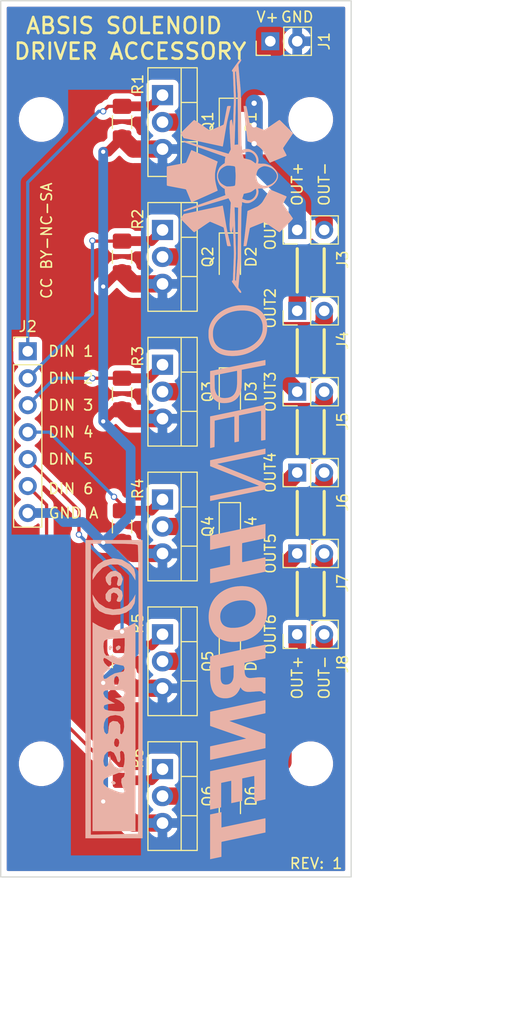
<source format=kicad_pcb>
(kicad_pcb (version 20171130) (host pcbnew "(5.1.4)-1")
  (title_block (title "ABSIS NANO 2.0") (date "jeu. 02 avril 2015") (rev 1) (company OPENHORNET) (comment 1 "CC BY-NC-SA"))
  (layers (0 F.Cu signal) (31 B.Cu signal) (34 B.Paste user) (35 F.Paste user) (36 B.SilkS user) (37 F.SilkS user) (38 B.Mask user) (39 F.Mask user) (44 Edge.Cuts user))
  (net 0 "")
  (net 1 GND)
  (net 2 "Net-(D1-Pad2)")
  (net 3 VCC)
  (net 4 "Net-(D2-Pad2)")
  (net 5 "Net-(D3-Pad2)")
  (net 6 "Net-(D4-Pad2)")
  (net 7 "Net-(D5-Pad2)")
  (net 8 "Net-(D6-Pad2)")
  (net 9 /DIN1)
  (net 10 /DIN2)
  (net 11 /DIN3)
  (net 12 /DIN4)
  (net 13 /DIN5)
  (net 14 /DIN6)
  (module KiCAD_Libraries:CC-BY-NC-SA-Small (layer B.Cu) (at 141.478 113.03 270)
    (fp_text reference G*** hide)
    (fp_text value LOGO hide)
  )
  (module KiCAD_Libraries:OH_LOGO_75.4mm_11.9mm (layer B.Cu) (at 152.4 91.44 270)
    (fp_text reference G*** hide)
    (fp_text value LOGO hide)
  )
  (module MountingHole:MountingHole_3.2mm_M3 (layer F.Cu) (at 160.02 120.142)
    (fp_text reference REF** hide)
    (fp_text value MountingHole_3.2mm_M3)
    (pad 1 np_thru_hole circle (at 0 0) (size 3.2 3.2) (drill 3.2) (layers *.Cu *.Mask))
  )
  (module MountingHole:MountingHole_3.2mm_M3 (layer F.Cu) (at 134.62 120.142)
    (fp_text reference REF** hide)
    (fp_text value MountingHole_3.2mm_M3)
    (pad 1 np_thru_hole circle (at 0 0) (size 3.2 3.2) (drill 3.2) (layers *.Cu *.Mask))
  )
  (module MountingHole:MountingHole_3.2mm_M3 (layer F.Cu) (at 134.62 59.436)
    (fp_text reference REF** hide)
    (fp_text value MountingHole_3.2mm_M3)
    (pad 1 np_thru_hole circle (at 0 0) (size 3.2 3.2) (drill 3.2) (layers *.Cu *.Mask))
  )
  (module MountingHole:MountingHole_3.2mm_M3 (layer F.Cu) (at 160.02 59.436)
    (fp_text reference REF** hide)
    (fp_text value MountingHole_3.2mm_M3)
    (pad 1 np_thru_hole circle (at 0 0) (size 3.2 3.2) (drill 3.2) (layers *.Cu *.Mask))
  )
  (module Diode_SMD:D_SOD-123 (layer F.Cu) (at 152.4 59.69 270)
    (fp_text reference D1 (at 0 -2 90) (layer F.SilkS))
    (fp_text value 1N4001W)
    (pad 2 smd rect (at 1.65 0 270) (size 0.9 1.2) (layers F.Cu F.Paste F.Mask) (net 2 "Net-(D1-Pad2)"))
    (pad 1 smd rect (at -1.65 0 270) (size 0.9 1.2) (layers F.Cu F.Paste F.Mask) (net 3 VCC))
  )
  (module Diode_SMD:D_SOD-123 (layer F.Cu) (at 152.4 72.39 270)
    (fp_text reference D2 (at 0 -2 90) (layer F.SilkS))
    (fp_text value 1N4001W)
    (pad 2 smd rect (at 1.65 0 270) (size 0.9 1.2) (layers F.Cu F.Paste F.Mask) (net 4 "Net-(D2-Pad2)"))
    (pad 1 smd rect (at -1.65 0 270) (size 0.9 1.2) (layers F.Cu F.Paste F.Mask) (net 3 VCC))
  )
  (module Diode_SMD:D_SOD-123 (layer F.Cu) (at 152.4 85.09 270)
    (fp_text reference D3 (at 0 -2 90) (layer F.SilkS))
    (fp_text value 1N4001W)
    (pad 2 smd rect (at 1.65 0 270) (size 0.9 1.2) (layers F.Cu F.Paste F.Mask) (net 5 "Net-(D3-Pad2)"))
    (pad 1 smd rect (at -1.65 0 270) (size 0.9 1.2) (layers F.Cu F.Paste F.Mask) (net 3 VCC))
  )
  (module Diode_SMD:D_SOD-123 (layer F.Cu) (at 152.4 97.79 270)
    (fp_text reference D4 (at 0 -2 90) (layer F.SilkS))
    (fp_text value 1N4001W)
    (pad 1 smd rect (at -1.65 0 270) (size 0.9 1.2) (layers F.Cu F.Paste F.Mask) (net 3 VCC))
    (pad 2 smd rect (at 1.65 0 270) (size 0.9 1.2) (layers F.Cu F.Paste F.Mask) (net 6 "Net-(D4-Pad2)"))
  )
  (module Diode_SMD:D_SOD-123 (layer F.Cu) (at 152.4 110.49 270)
    (fp_text reference D5 (at 0 -2 90) (layer F.SilkS))
    (fp_text value 1N4001W)
    (pad 1 smd rect (at -1.65 0 270) (size 0.9 1.2) (layers F.Cu F.Paste F.Mask) (net 3 VCC))
    (pad 2 smd rect (at 1.65 0 270) (size 0.9 1.2) (layers F.Cu F.Paste F.Mask) (net 7 "Net-(D5-Pad2)"))
  )
  (module Diode_SMD:D_SOD-123 (layer F.Cu) (at 152.4 123.19 270)
    (fp_text reference D6 (at 0 -2 90) (layer F.SilkS))
    (fp_text value 1N4001W)
    (pad 1 smd rect (at -1.65 0 270) (size 0.9 1.2) (layers F.Cu F.Paste F.Mask) (net 3 VCC))
    (pad 2 smd rect (at 1.65 0 270) (size 0.9 1.2) (layers F.Cu F.Paste F.Mask) (net 8 "Net-(D6-Pad2)"))
  )
  (module Connector_PinHeader_2.54mm:PinHeader_1x02_P2.54mm_Vertical (layer F.Cu) (at 156.21 52.07 90)
    (fp_text reference J1 (at 0 5.08 90) (layer F.SilkS))
    (fp_text value PWR)
    (pad 1 thru_hole rect (at 0 0 90) (size 1.7 1.7) (drill 1) (layers *.Cu *.Mask) (net 3 VCC))
    (pad 2 thru_hole oval (at 0 2.54 90) (size 1.7 1.7) (drill 1) (layers *.Cu *.Mask) (net 1 GND))
  )
  (module Connector_PinHeader_2.54mm:PinHeader_1x07_P2.54mm_Vertical (layer F.Cu) (at 133.35 81.28)
    (fp_text reference J2 (at 0 -2.33) (layer F.SilkS))
    (fp_text value INPUT)
    (pad 1 thru_hole rect (at 0 0) (size 1.7 1.7) (drill 1) (layers *.Cu *.Mask) (net 9 /DIN1))
    (pad 2 thru_hole oval (at 0 2.54) (size 1.7 1.7) (drill 1) (layers *.Cu *.Mask) (net 10 /DIN2))
    (pad 3 thru_hole oval (at 0 5.08) (size 1.7 1.7) (drill 1) (layers *.Cu *.Mask) (net 11 /DIN3))
    (pad 4 thru_hole oval (at 0 7.62) (size 1.7 1.7) (drill 1) (layers *.Cu *.Mask) (net 12 /DIN4))
    (pad 5 thru_hole oval (at 0 10.16) (size 1.7 1.7) (drill 1) (layers *.Cu *.Mask) (net 13 /DIN5))
    (pad 6 thru_hole oval (at 0 12.7) (size 1.7 1.7) (drill 1) (layers *.Cu *.Mask) (net 14 /DIN6))
    (pad 7 thru_hole oval (at 0 15.24) (size 1.7 1.7) (drill 1) (layers *.Cu *.Mask) (net 1 GND))
  )
  (module Connector_PinHeader_2.54mm:PinHeader_1x02_P2.54mm_Vertical (layer F.Cu) (at 158.75 69.85 90)
    (fp_text reference J3 (at -2.794 4.274 90) (layer F.SilkS))
    (fp_text value OUT1)
    (pad 2 thru_hole oval (at 0 2.54 90) (size 1.7 1.7) (drill 1) (layers *.Cu *.Mask) (net 2 "Net-(D1-Pad2)"))
    (pad 1 thru_hole rect (at 0 0 90) (size 1.7 1.7) (drill 1) (layers *.Cu *.Mask) (net 3 VCC))
  )
  (module Connector_PinHeader_2.54mm:PinHeader_1x02_P2.54mm_Vertical (layer F.Cu) (at 158.75 77.47 90)
    (fp_text reference J4 (at -2.794 4.274 90) (layer F.SilkS))
    (fp_text value OUT2)
    (pad 1 thru_hole rect (at 0 0 90) (size 1.7 1.7) (drill 1) (layers *.Cu *.Mask) (net 3 VCC))
    (pad 2 thru_hole oval (at 0 2.54 90) (size 1.7 1.7) (drill 1) (layers *.Cu *.Mask) (net 4 "Net-(D2-Pad2)"))
  )
  (module Connector_PinHeader_2.54mm:PinHeader_1x02_P2.54mm_Vertical (layer F.Cu) (at 158.75 85.09 90)
    (fp_text reference J5 (at -2.794 4.274 90) (layer F.SilkS))
    (fp_text value OUT3)
    (pad 2 thru_hole oval (at 0 2.54 90) (size 1.7 1.7) (drill 1) (layers *.Cu *.Mask) (net 5 "Net-(D3-Pad2)"))
    (pad 1 thru_hole rect (at 0 0 90) (size 1.7 1.7) (drill 1) (layers *.Cu *.Mask) (net 3 VCC))
  )
  (module Connector_PinHeader_2.54mm:PinHeader_1x02_P2.54mm_Vertical (layer F.Cu) (at 158.75 92.71 90)
    (fp_text reference J6 (at -2.794 4.274 90) (layer F.SilkS))
    (fp_text value OUT4)
    (pad 1 thru_hole rect (at 0 0 90) (size 1.7 1.7) (drill 1) (layers *.Cu *.Mask) (net 3 VCC))
    (pad 2 thru_hole oval (at 0 2.54 90) (size 1.7 1.7) (drill 1) (layers *.Cu *.Mask) (net 6 "Net-(D4-Pad2)"))
  )
  (module Connector_PinHeader_2.54mm:PinHeader_1x02_P2.54mm_Vertical (layer F.Cu) (at 158.75 100.33 90)
    (fp_text reference J7 (at -2.794 4.274 90) (layer F.SilkS))
    (fp_text value OUT5)
    (pad 2 thru_hole oval (at 0 2.54 90) (size 1.7 1.7) (drill 1) (layers *.Cu *.Mask) (net 7 "Net-(D5-Pad2)"))
    (pad 1 thru_hole rect (at 0 0 90) (size 1.7 1.7) (drill 1) (layers *.Cu *.Mask) (net 3 VCC))
  )
  (module Connector_PinHeader_2.54mm:PinHeader_1x02_P2.54mm_Vertical (layer F.Cu) (at 158.75 107.95 90)
    (fp_text reference J8 (at -2.794 4.274 90) (layer F.SilkS))
    (fp_text value OUT6)
    (pad 1 thru_hole rect (at 0 0 90) (size 1.7 1.7) (drill 1) (layers *.Cu *.Mask) (net 3 VCC))
    (pad 2 thru_hole oval (at 0 2.54 90) (size 1.7 1.7) (drill 1) (layers *.Cu *.Mask) (net 8 "Net-(D6-Pad2)"))
  )
  (module Package_TO_SOT_THT:TO-220-3_Vertical (layer F.Cu) (at 146.05 57.15 270)
    (fp_text reference Q1 (at 2.54 -4.27 90) (layer F.SilkS))
    (fp_text value IRFB3206PBF)
    (pad 3 thru_hole oval (at 5.08 0 270) (size 1.905 2) (drill 1.1) (layers *.Cu *.Mask) (net 1 GND))
    (pad 2 thru_hole oval (at 2.54 0 270) (size 1.905 2) (drill 1.1) (layers *.Cu *.Mask) (net 2 "Net-(D1-Pad2)"))
    (pad 1 thru_hole rect (at 0 0 270) (size 1.905 2) (drill 1.1) (layers *.Cu *.Mask) (net 9 /DIN1))
  )
  (module Package_TO_SOT_THT:TO-220-3_Vertical (layer F.Cu) (at 146.05 69.85 270)
    (fp_text reference Q2 (at 2.54 -4.27 90) (layer F.SilkS))
    (fp_text value IRFB3206PBF)
    (pad 3 thru_hole oval (at 5.08 0 270) (size 1.905 2) (drill 1.1) (layers *.Cu *.Mask) (net 1 GND))
    (pad 2 thru_hole oval (at 2.54 0 270) (size 1.905 2) (drill 1.1) (layers *.Cu *.Mask) (net 4 "Net-(D2-Pad2)"))
    (pad 1 thru_hole rect (at 0 0 270) (size 1.905 2) (drill 1.1) (layers *.Cu *.Mask) (net 10 /DIN2))
  )
  (module Package_TO_SOT_THT:TO-220-3_Vertical (layer F.Cu) (at 146.05 82.55 270)
    (fp_text reference Q3 (at 2.54 -4.27 90) (layer F.SilkS))
    (fp_text value IRFB3206PBF)
    (pad 1 thru_hole rect (at 0 0 270) (size 1.905 2) (drill 1.1) (layers *.Cu *.Mask) (net 11 /DIN3))
    (pad 2 thru_hole oval (at 2.54 0 270) (size 1.905 2) (drill 1.1) (layers *.Cu *.Mask) (net 5 "Net-(D3-Pad2)"))
    (pad 3 thru_hole oval (at 5.08 0 270) (size 1.905 2) (drill 1.1) (layers *.Cu *.Mask) (net 1 GND))
  )
  (module Package_TO_SOT_THT:TO-220-3_Vertical (layer F.Cu) (at 146.05 95.25 270)
    (fp_text reference Q4 (at 2.54 -4.27 90) (layer F.SilkS))
    (fp_text value IRFB3206PBF)
    (pad 3 thru_hole oval (at 5.08 0 270) (size 1.905 2) (drill 1.1) (layers *.Cu *.Mask) (net 1 GND))
    (pad 2 thru_hole oval (at 2.54 0 270) (size 1.905 2) (drill 1.1) (layers *.Cu *.Mask) (net 6 "Net-(D4-Pad2)"))
    (pad 1 thru_hole rect (at 0 0 270) (size 1.905 2) (drill 1.1) (layers *.Cu *.Mask) (net 12 /DIN4))
  )
  (module Package_TO_SOT_THT:TO-220-3_Vertical (layer F.Cu) (at 146.05 107.95 270)
    (fp_text reference Q5 (at 2.54 -4.27 90) (layer F.SilkS))
    (fp_text value IRFB3206PBF)
    (pad 1 thru_hole rect (at 0 0 270) (size 1.905 2) (drill 1.1) (layers *.Cu *.Mask) (net 13 /DIN5))
    (pad 2 thru_hole oval (at 2.54 0 270) (size 1.905 2) (drill 1.1) (layers *.Cu *.Mask) (net 7 "Net-(D5-Pad2)"))
    (pad 3 thru_hole oval (at 5.08 0 270) (size 1.905 2) (drill 1.1) (layers *.Cu *.Mask) (net 1 GND))
  )
  (module Package_TO_SOT_THT:TO-220-3_Vertical (layer F.Cu) (at 146.05 120.65 270)
    (fp_text reference Q6 (at 2.54 -4.27 90) (layer F.SilkS))
    (fp_text value IRFB3206PBF)
    (pad 1 thru_hole rect (at 0 0 270) (size 1.905 2) (drill 1.1) (layers *.Cu *.Mask) (net 14 /DIN6))
    (pad 2 thru_hole oval (at 2.54 0 270) (size 1.905 2) (drill 1.1) (layers *.Cu *.Mask) (net 8 "Net-(D6-Pad2)"))
    (pad 3 thru_hole oval (at 5.08 0 270) (size 1.905 2) (drill 1.1) (layers *.Cu *.Mask) (net 1 GND))
  )
  (module Resistor_SMD:R_1206_3216Metric_Pad1.42x1.75mm_HandSolder (layer F.Cu) (at 142.24 59.69 90)
    (fp_text reference R1 (at 3.556 1.482 90) (layer F.SilkS))
    (fp_text value 10K)
    (pad 2 smd roundrect (at 1.4875 0 90) (size 1.425 1.75) (layers F.Cu F.Paste F.Mask) (roundrect_rratio 0.175439) (net 9 /DIN1))
    (pad 1 smd roundrect (at -1.4875 0 90) (size 1.425 1.75) (layers F.Cu F.Paste F.Mask) (roundrect_rratio 0.175439) (net 1 GND))
  )
  (module Resistor_SMD:R_1206_3216Metric_Pad1.42x1.75mm_HandSolder (layer F.Cu) (at 142.24 72.39 90)
    (fp_text reference R2 (at 3.556 1.482 90) (layer F.SilkS))
    (fp_text value 10K)
    (pad 1 smd roundrect (at -1.4875 0 90) (size 1.425 1.75) (layers F.Cu F.Paste F.Mask) (roundrect_rratio 0.175439) (net 1 GND))
    (pad 2 smd roundrect (at 1.4875 0 90) (size 1.425 1.75) (layers F.Cu F.Paste F.Mask) (roundrect_rratio 0.175439) (net 10 /DIN2))
  )
  (module Resistor_SMD:R_1206_3216Metric_Pad1.42x1.75mm_HandSolder (layer F.Cu) (at 142.24 85.3075 90)
    (fp_text reference R3 (at 3.556 1.482 90) (layer F.SilkS))
    (fp_text value 10K)
    (pad 2 smd roundrect (at 1.4875 0 90) (size 1.425 1.75) (layers F.Cu F.Paste F.Mask) (roundrect_rratio 0.175439) (net 11 /DIN3))
    (pad 1 smd roundrect (at -1.4875 0 90) (size 1.425 1.75) (layers F.Cu F.Paste F.Mask) (roundrect_rratio 0.175439) (net 1 GND))
  )
  (module Resistor_SMD:R_1206_3216Metric_Pad1.42x1.75mm_HandSolder (layer F.Cu) (at 142.24 97.79 90)
    (fp_text reference R4 (at 3.556 1.482 90) (layer F.SilkS))
    (fp_text value 10K)
    (pad 1 smd roundrect (at -1.4875 0 90) (size 1.425 1.75) (layers F.Cu F.Paste F.Mask) (roundrect_rratio 0.175439) (net 1 GND))
    (pad 2 smd roundrect (at 1.4875 0 90) (size 1.425 1.75) (layers F.Cu F.Paste F.Mask) (roundrect_rratio 0.175439) (net 12 /DIN4))
  )
  (module Resistor_SMD:R_1206_3216Metric_Pad1.42x1.75mm_HandSolder (layer F.Cu) (at 142.24 110.49 90)
    (fp_text reference R5 (at 3.556 1.482 90) (layer F.SilkS))
    (fp_text value 10K)
    (pad 2 smd roundrect (at 1.4875 0 90) (size 1.425 1.75) (layers F.Cu F.Paste F.Mask) (roundrect_rratio 0.175439) (net 13 /DIN5))
    (pad 1 smd roundrect (at -1.4875 0 90) (size 1.425 1.75) (layers F.Cu F.Paste F.Mask) (roundrect_rratio 0.175439) (net 1 GND))
  )
  (module Resistor_SMD:R_1206_3216Metric_Pad1.42x1.75mm_HandSolder (layer F.Cu) (at 142.24 123.19 90)
    (fp_text reference R6 (at 3.556 1.482 90) (layer F.SilkS))
    (fp_text value 10K)
    (pad 1 smd roundrect (at -1.4875 0 90) (size 1.425 1.75) (layers F.Cu F.Paste F.Mask) (roundrect_rratio 0.175439) (net 1 GND))
    (pad 2 smd roundrect (at 1.4875 0 90) (size 1.425 1.75) (layers F.Cu F.Paste F.Mask) (roundrect_rratio 0.175439) (net 14 /DIN6))
  )
  (gr_text "REV: 1" (at 160.528 129.54) (layer F.SilkS) (effects (font (size 1 1))))
  (gr_text "CC BY-NC-SA" (at 135.128 70.866 90) (layer F.SilkS) (effects (font (size 1 1))))
  (gr_text "ABSIS SOLENOID \nDRIVER ACCESSORY" (at 143.002 51.816) (layer F.SilkS) (effects (font (size 1.5 1.5) (thickness 0.25))))
  (gr_text OUT6 (at 156.21 107.95 90) (layer F.SilkS) (effects (font (size 1 1))))
  (gr_text OUT5 (at 156.21 100.33 90) (layer F.SilkS) (effects (font (size 1 1))))
  (gr_text OUT4 (at 156.21 92.71 90) (layer F.SilkS) (effects (font (size 1 1))))
  (gr_text OUT3 (at 156.21 85.09 90) (layer F.SilkS) (effects (font (size 1 1))))
  (gr_text OUT2 (at 156.21 77.216 90) (layer F.SilkS) (effects (font (size 1 1))))
  (gr_text OUT1 (at 156.21 69.85 90) (layer F.SilkS) (effects (font (size 1 1))))
  (gr_line (start 158.75 102.108) (end 158.75 106.172) (layer F.SilkS) (width 0.3))
  (gr_line (start 161.29 102.108) (end 161.29 106.172) (layer F.SilkS) (width 0.3))
  (gr_line (start 158.75 94.488) (end 158.75 98.552) (layer F.SilkS) (width 0.3))
  (gr_line (start 161.29 94.488) (end 161.29 98.552) (layer F.SilkS) (width 0.3))
  (gr_line (start 161.29 86.868) (end 161.29 90.932) (layer F.SilkS) (width 0.3))
  (gr_line (start 158.75 86.868) (end 158.75 90.932) (layer F.SilkS) (width 0.3))
  (gr_line (start 161.29 79.248) (end 161.29 83.312) (layer F.SilkS) (width 0.3))
  (gr_line (start 158.75 79.248) (end 158.75 83.312) (layer F.SilkS) (width 0.3))
  (gr_line (start 161.29 71.628) (end 161.29 75.692) (layer F.SilkS) (width 0.3))
  (gr_line (start 158.75 71.628) (end 158.75 75.692) (layer F.SilkS) (width 0.3))
  (gr_text OUT+ (at 158.75 65.532 90) (layer F.SilkS) (effects (font (size 1 1))))
  (gr_text OUT- (at 161.29 65.532 90) (layer F.SilkS) (effects (font (size 1 1))))
  (gr_text OUT- (at 161.29 112.014 90) (layer F.SilkS) (effects (font (size 1 1))))
  (gr_text OUT+ (at 158.75 112.014 90) (layer F.SilkS) (effects (font (size 1 1))))
  (gr_text GND (at 158.75 49.784) (layer F.SilkS) (effects (font (size 1 1))))
  (gr_text V+ (at 155.956 49.784) (layer F.SilkS) (effects (font (size 1 1))))
  (gr_text "GND A" (at 137.668 96.52) (layer F.SilkS) (effects (font (size 1 1))))
  (gr_text "DIN 6" (at 137.414 94.234) (layer F.SilkS) (effects (font (size 1 1))))
  (gr_text "DIN 5" (at 137.414 91.44) (layer F.SilkS) (effects (font (size 1 1))))
  (gr_text "DIN 4" (at 137.414 88.9) (layer F.SilkS) (effects (font (size 1 1))))
  (gr_text "DIN 3" (at 137.414 86.36) (layer F.SilkS) (effects (font (size 1 1))))
  (gr_text "DIN 2" (at 137.414 83.82) (layer F.SilkS) (effects (font (size 1 1))))
  (gr_text "DIN 1" (at 137.414 81.28) (layer F.SilkS) (effects (font (size 1 1))))
  (gr_line (start 163.83 48.26) (end 130.81 48.26) (layer Edge.Cuts) (width 0.1))
  (gr_line (start 163.83 130.81) (end 163.83 48.26) (layer Edge.Cuts) (width 0.1))
  (gr_line (start 130.81 130.81) (end 163.83 130.81) (layer Edge.Cuts) (width 0.1))
  (gr_line (start 130.81 48.26) (end 130.81 130.81) (layer Edge.Cuts) (width 0.1))
  (segment (start 143.2925 125.73) (end 142.24 124.6775) (width 1.6256) (layer F.Cu) (net 1))
  (segment (start 146.05 125.73) (end 143.2925 125.73) (width 1.6256) (layer F.Cu) (net 1))
  (segment (start 143.2925 113.03) (end 142.24 111.9775) (width 1.6256) (layer F.Cu) (net 1))
  (segment (start 146.05 113.03) (end 143.2925 113.03) (width 1.6256) (layer F.Cu) (net 1))
  (segment (start 143.2925 100.33) (end 142.24 99.2775) (width 1.6256) (layer F.Cu) (net 1))
  (segment (start 146.05 100.33) (end 143.2925 100.33) (width 1.6256) (layer F.Cu) (net 1))
  (segment (start 143.075 87.63) (end 142.24 86.795) (width 1.6256) (layer F.Cu) (net 1))
  (segment (start 146.05 87.63) (end 143.075 87.63) (width 1.6256) (layer F.Cu) (net 1))
  (segment (start 143.2925 74.93) (end 142.24 73.8775) (width 1.6256) (layer F.Cu) (net 1))
  (segment (start 146.05 74.93) (end 143.2925 74.93) (width 1.6256) (layer F.Cu) (net 1))
  (segment (start 143.2925 62.23) (end 142.24 61.1775) (width 1.6256) (layer F.Cu) (net 1))
  (segment (start 146.05 62.23) (end 143.2925 62.23) (width 1.6256) (layer F.Cu) (net 1))
  (segment (start 136.739999 97.369999) (end 138.517999 97.369999) (width 0.9144) (layer B.Cu) (net 1))
  (segment (start 135.89 96.52) (end 136.739999 97.369999) (width 0.9144) (layer B.Cu) (net 1))
  (segment (start 138.517999 97.369999) (end 140.462 99.314) (width 0.9144) (layer B.Cu) (net 1))
  (segment (start 140.462 99.314) (end 140.462 99.314) (width 0.9144) (layer B.Cu) (net 1))
  (via (at 140.462 99.314) (size 0.6) (drill 0.4) (layers F.Cu B.Cu) (net 1))
  (segment (start 142.2035 99.314) (end 142.24 99.2775) (width 0.9144) (layer F.Cu) (net 1))
  (segment (start 140.462 99.314) (end 142.2035 99.314) (width 0.9144) (layer F.Cu) (net 1))
  (via (at 140.462 62.484) (size 0.6) (drill 0.4) (layers F.Cu B.Cu) (net 1))
  (segment (start 140.9335 62.484) (end 142.24 61.1775) (width 0.9144) (layer F.Cu) (net 1))
  (segment (start 140.462 62.484) (end 140.9335 62.484) (width 0.9144) (layer F.Cu) (net 1))
  (via (at 140.462 75.184) (size 0.6) (drill 0.4) (layers F.Cu B.Cu) (net 1))
  (segment (start 141.7685 73.8775) (end 140.462 75.184) (width 0.9144) (layer F.Cu) (net 1))
  (segment (start 142.24 73.8775) (end 141.7685 73.8775) (width 0.9144) (layer F.Cu) (net 1))
  (segment (start 140.462 75.184) (end 140.462 62.484) (width 0.9144) (layer B.Cu) (net 1))
  (via (at 140.462 87.884) (size 0.6) (drill 0.4) (layers F.Cu B.Cu) (net 1))
  (segment (start 141.551 86.795) (end 140.462 87.884) (width 0.9144) (layer F.Cu) (net 1))
  (segment (start 142.24 86.795) (end 141.551 86.795) (width 0.9144) (layer F.Cu) (net 1))
  (segment (start 140.462 87.884) (end 140.462 75.184) (width 0.9144) (layer B.Cu) (net 1))
  (via (at 140.462 123.698) (size 0.6) (drill 0.4) (layers F.Cu B.Cu) (net 1))
  (segment (start 141.2605 123.698) (end 142.24 124.6775) (width 0.9144) (layer F.Cu) (net 1))
  (segment (start 140.462 123.698) (end 141.2605 123.698) (width 0.9144) (layer F.Cu) (net 1))
  (via (at 140.462 112.522) (size 0.6) (drill 0.4) (layers F.Cu B.Cu) (net 1))
  (segment (start 141.0065 111.9775) (end 140.462 112.522) (width 0.9144) (layer F.Cu) (net 1))
  (segment (start 142.24 111.9775) (end 141.0065 111.9775) (width 0.9144) (layer F.Cu) (net 1))
  (segment (start 140.462 112.522) (end 140.462 123.698) (width 0.9144) (layer B.Cu) (net 1))
  (segment (start 135.89 96.52) (end 133.35 96.52) (width 0.9144) (layer B.Cu) (net 1))
  (segment (start 140.761999 99.014001) (end 140.462 99.314) (width 0.9144) (layer B.Cu) (net 1))
  (segment (start 140.462 87.884) (end 143.049609 90.471609) (width 0.9144) (layer B.Cu) (net 1))
  (segment (start 143.049609 96.726391) (end 140.761999 99.014001) (width 0.9144) (layer B.Cu) (net 1))
  (segment (start 143.049609 90.471609) (end 143.049609 96.726391) (width 0.9144) (layer B.Cu) (net 1))
  (segment (start 140.462 99.314) (end 143.35441 102.20641) (width 0.9144) (layer B.Cu) (net 1))
  (segment (start 143.35441 102.20641) (end 143.35441 109.62959) (width 0.9144) (layer B.Cu) (net 1))
  (segment (start 140.761999 112.222001) (end 140.462 112.522) (width 0.9144) (layer B.Cu) (net 1))
  (segment (start 143.35441 109.62959) (end 140.761999 112.222001) (width 0.9144) (layer B.Cu) (net 1))
  (segment (start 152.532011 63.547611) (end 156.189692 63.547611) (width 1.6256) (layer F.Cu) (net 2))
  (segment (start 152.4 61.34) (end 152.4 63.4156) (width 1.6256) (layer F.Cu) (net 2))
  (segment (start 152.4 63.4156) (end 152.532011 63.547611) (width 1.6256) (layer F.Cu) (net 2))
  (segment (start 161.29 68.647919) (end 161.29 69.85) (width 1.6256) (layer F.Cu) (net 2))
  (segment (start 156.189692 63.547611) (end 161.29 68.647919) (width 1.6256) (layer F.Cu) (net 2))
  (segment (start 146.05 59.69) (end 148.6756 59.69) (width 1.6256) (layer F.Cu) (net 2))
  (segment (start 150.3256 61.34) (end 152.4 61.34) (width 1.6256) (layer F.Cu) (net 2))
  (segment (start 148.6756 59.69) (end 150.3256 61.34) (width 1.6256) (layer F.Cu) (net 2))
  (segment (start 158.75 67.3744) (end 154.686 63.3104) (width 1.6256) (layer B.Cu) (net 3))
  (segment (start 158.75 69.85) (end 158.75 67.3744) (width 1.6256) (layer B.Cu) (net 3))
  (via (at 154.686 57.912) (size 1.5) (drill 0.5) (layers F.Cu B.Cu) (net 3))
  (segment (start 154.686 63.3104) (end 154.686 57.912) (width 1.6256) (layer B.Cu) (net 3))
  (segment (start 152.528 57.912) (end 152.4 58.04) (width 1.6256) (layer F.Cu) (net 3))
  (segment (start 154.686 57.912) (end 152.528 57.912) (width 1.6256) (layer F.Cu) (net 3))
  (segment (start 154.686 57.912) (end 154.686 59.944) (width 1.6256) (layer F.Cu) (net 3))
  (segment (start 154.686 61.722) (end 154.686 61.722) (width 1.6256) (layer F.Cu) (net 3))
  (via (at 154.686 61.722) (size 1.5) (drill 0.5) (layers F.Cu B.Cu) (net 3))
  (segment (start 154.686 59.944) (end 154.686 61.722) (width 1.6256) (layer F.Cu) (net 3))
  (via (at 154.686 59.944) (size 1.5) (drill 0.5) (layers F.Cu B.Cu) (net 3))
  (segment (start 155.32 96.14) (end 158.75 92.71) (width 1.6256) (layer F.Cu) (net 3))
  (segment (start 152.4 96.14) (end 155.32 96.14) (width 1.6256) (layer F.Cu) (net 3))
  (segment (start 152.4 106.68) (end 158.75 100.33) (width 1.6256) (layer F.Cu) (net 3))
  (segment (start 152.4 108.84) (end 152.4 106.68) (width 1.6256) (layer F.Cu) (net 3))
  (segment (start 158.75 113.1144) (end 158.75 110.4256) (width 1.6256) (layer F.Cu) (net 3))
  (segment (start 152.4 119.4644) (end 158.75 113.1144) (width 1.6256) (layer F.Cu) (net 3))
  (segment (start 152.4 121.54) (end 152.4 119.4644) (width 1.6256) (layer F.Cu) (net 3))
  (segment (start 158.75 110.4256) (end 158.75 107.95) (width 1.6256) (layer F.Cu) (net 3))
  (segment (start 157.1 83.44) (end 158.75 85.09) (width 1.6256) (layer F.Cu) (net 3))
  (segment (start 152.4 83.44) (end 157.1 83.44) (width 1.6256) (layer F.Cu) (net 3))
  (segment (start 152.4 121.54) (end 150.496 121.54) (width 1.6256) (layer F.Cu) (net 3))
  (segment (start 150.496 121.54) (end 150.368 121.412) (width 1.6256) (layer F.Cu) (net 3))
  (segment (start 150.368 121.412) (end 150.368 121.412) (width 1.6256) (layer F.Cu) (net 3))
  (segment (start 152.4 70.74) (end 154.6256 70.74) (width 1.6256) (layer F.Cu) (net 3))
  (segment (start 158.75 74.8644) (end 158.75 77.47) (width 1.6256) (layer F.Cu) (net 3))
  (segment (start 154.6256 70.74) (end 158.75 74.8644) (width 1.6256) (layer F.Cu) (net 3))
  (segment (start 152.4 58.04) (end 150.496 58.04) (width 1.6256) (layer F.Cu) (net 3))
  (segment (start 152.4 70.74) (end 150.114 70.74) (width 1.6256) (layer F.Cu) (net 3))
  (segment (start 152.4 83.44) (end 150.368 83.44) (width 1.6256) (layer F.Cu) (net 3))
  (segment (start 152.4 108.84) (end 150.114 108.84) (width 1.6256) (layer F.Cu) (net 3))
  (segment (start 152.4 96.14) (end 150.368 96.14) (width 1.6256) (layer F.Cu) (net 3))
  (segment (start 146.05 72.39) (end 148.6756 72.39) (width 1.6256) (layer F.Cu) (net 4))
  (segment (start 150.3256 74.04) (end 152.4 74.04) (width 1.6256) (layer F.Cu) (net 4))
  (segment (start 148.6756 72.39) (end 150.3256 74.04) (width 1.6256) (layer F.Cu) (net 4))
  (segment (start 161.29 78.672081) (end 161.29 77.47) (width 1.6256) (layer F.Cu) (net 4))
  (segment (start 160.62928 79.332801) (end 161.29 78.672081) (width 1.6256) (layer F.Cu) (net 4))
  (segment (start 155.617201 79.332801) (end 160.62928 79.332801) (width 1.6256) (layer F.Cu) (net 4))
  (segment (start 152.4 76.1156) (end 155.617201 79.332801) (width 1.6256) (layer F.Cu) (net 4))
  (segment (start 152.4 74.04) (end 152.4 76.1156) (width 1.6256) (layer F.Cu) (net 4))
  (segment (start 161.29 86.292081) (end 161.29 85.09) (width 1.6256) (layer F.Cu) (net 5))
  (segment (start 160.62928 86.952801) (end 161.29 86.292081) (width 1.6256) (layer F.Cu) (net 5))
  (segment (start 154.838401 86.952801) (end 160.62928 86.952801) (width 1.6256) (layer F.Cu) (net 5))
  (segment (start 154.6256 86.74) (end 154.838401 86.952801) (width 1.6256) (layer F.Cu) (net 5))
  (segment (start 152.4 86.74) (end 154.6256 86.74) (width 1.6256) (layer F.Cu) (net 5))
  (segment (start 146.05 85.09) (end 149.436197 85.09) (width 1.6256) (layer F.Cu) (net 5))
  (segment (start 151.086197 86.74) (end 152.4 86.74) (width 1.6256) (layer F.Cu) (net 5))
  (segment (start 149.436197 85.09) (end 151.086197 86.74) (width 1.6256) (layer F.Cu) (net 5))
  (segment (start 161.29 93.912081) (end 161.29 92.71) (width 1.6256) (layer F.Cu) (net 6))
  (segment (start 155.762081 99.44) (end 161.29 93.912081) (width 1.6256) (layer F.Cu) (net 6))
  (segment (start 152.4 99.44) (end 155.762081 99.44) (width 1.6256) (layer F.Cu) (net 6))
  (segment (start 146.05 97.79) (end 148.6756 97.79) (width 1.6256) (layer F.Cu) (net 6))
  (segment (start 150.3256 99.44) (end 152.4 99.44) (width 1.6256) (layer F.Cu) (net 6))
  (segment (start 148.6756 97.79) (end 150.3256 99.44) (width 1.6256) (layer F.Cu) (net 6))
  (segment (start 161.29 101.532081) (end 161.29 100.33) (width 1.6256) (layer F.Cu) (net 7))
  (segment (start 154.6256 108.196481) (end 161.29 101.532081) (width 1.6256) (layer F.Cu) (net 7))
  (segment (start 154.6256 110.0644) (end 154.6256 108.196481) (width 1.6256) (layer F.Cu) (net 7))
  (segment (start 152.55 112.14) (end 154.6256 110.0644) (width 1.6256) (layer F.Cu) (net 7))
  (segment (start 152.4 112.14) (end 152.55 112.14) (width 1.6256) (layer F.Cu) (net 7))
  (segment (start 146.05 110.49) (end 148.6756 110.49) (width 1.6256) (layer F.Cu) (net 7))
  (segment (start 150.3256 112.14) (end 152.4 112.14) (width 1.6256) (layer F.Cu) (net 7))
  (segment (start 148.6756 110.49) (end 150.3256 112.14) (width 1.6256) (layer F.Cu) (net 7))
  (segment (start 157.407199 117.039003) (end 161.29 113.156202) (width 1.6256) (layer F.Cu) (net 8))
  (segment (start 161.29 109.152081) (end 161.29 107.95) (width 1.6256) (layer F.Cu) (net 8))
  (segment (start 161.29 113.156202) (end 161.29 109.152081) (width 1.6256) (layer F.Cu) (net 8))
  (segment (start 152.4 124.84) (end 152.55 124.84) (width 1.6256) (layer F.Cu) (net 8))
  (segment (start 152.55 124.84) (end 157.407199 119.982801) (width 1.6256) (layer F.Cu) (net 8))
  (segment (start 157.407199 119.982801) (end 157.407199 117.039003) (width 1.6256) (layer F.Cu) (net 8))
  (segment (start 146.05 123.19) (end 148.6756 123.19) (width 1.6256) (layer F.Cu) (net 8))
  (segment (start 150.3256 124.84) (end 152.4 124.84) (width 1.6256) (layer F.Cu) (net 8))
  (segment (start 148.6756 123.19) (end 150.3256 124.84) (width 1.6256) (layer F.Cu) (net 8))
  (segment (start 144.9975 58.2025) (end 146.05 57.15) (width 0.9144) (layer F.Cu) (net 9))
  (segment (start 142.24 58.2025) (end 144.9975 58.2025) (width 0.9144) (layer F.Cu) (net 9))
  (via (at 140.462 58.674) (size 0.6) (drill 0.4) (layers F.Cu B.Cu) (net 9))
  (segment (start 142.24 58.2025) (end 140.9335 58.2025) (width 0.3048) (layer F.Cu) (net 9))
  (segment (start 140.9335 58.2025) (end 140.462 58.674) (width 0.3048) (layer F.Cu) (net 9))
  (segment (start 133.35 80.1252) (end 133.35 81.28) (width 0.3048) (layer B.Cu) (net 9))
  (segment (start 133.35 65.361736) (end 133.35 80.1252) (width 0.3048) (layer B.Cu) (net 9))
  (segment (start 140.037736 58.674) (end 133.35 65.361736) (width 0.3048) (layer B.Cu) (net 9))
  (segment (start 140.462 58.674) (end 140.037736 58.674) (width 0.3048) (layer B.Cu) (net 9))
  (segment (start 144.9975 70.9025) (end 146.05 69.85) (width 0.9144) (layer F.Cu) (net 10))
  (segment (start 142.24 70.9025) (end 144.9975 70.9025) (width 0.9144) (layer F.Cu) (net 10))
  (via (at 139.446 70.866) (size 0.6) (drill 0.4) (layers F.Cu B.Cu) (net 10))
  (segment (start 142.24 70.9025) (end 139.4825 70.9025) (width 0.3048) (layer F.Cu) (net 10))
  (segment (start 139.4825 70.9025) (end 139.446 70.866) (width 0.3048) (layer F.Cu) (net 10))
  (segment (start 139.446 77.724) (end 133.35 83.82) (width 0.3048) (layer B.Cu) (net 10))
  (segment (start 139.446 70.866) (end 139.446 77.724) (width 0.3048) (layer B.Cu) (net 10))
  (segment (start 144.78 83.82) (end 146.05 82.55) (width 0.9144) (layer F.Cu) (net 11))
  (segment (start 142.24 83.82) (end 144.78 83.82) (width 0.9144) (layer F.Cu) (net 11))
  (via (at 139.446 83.82) (size 0.6) (drill 0.4) (layers F.Cu B.Cu) (net 11))
  (segment (start 142.24 83.82) (end 139.446 83.82) (width 0.3048) (layer F.Cu) (net 11))
  (segment (start 135.89 83.82) (end 133.35 86.36) (width 0.3048) (layer B.Cu) (net 11))
  (segment (start 139.446 83.82) (end 135.89 83.82) (width 0.3048) (layer B.Cu) (net 11))
  (segment (start 144.9975 96.3025) (end 146.05 95.25) (width 0.9144) (layer F.Cu) (net 12))
  (segment (start 142.24 96.3025) (end 144.9975 96.3025) (width 0.9144) (layer F.Cu) (net 12))
  (segment (start 133.35 88.9) (end 134.874 88.9) (width 0.3048) (layer B.Cu) (net 12))
  (via (at 141.478 94.996) (size 0.6) (drill 0.4) (layers F.Cu B.Cu) (net 12))
  (segment (start 142.24 96.3025) (end 142.24 95.758) (width 0.3048) (layer F.Cu) (net 12))
  (segment (start 142.24 95.758) (end 141.478 94.996) (width 0.3048) (layer F.Cu) (net 12))
  (segment (start 135.382 88.9) (end 134.874 88.9) (width 0.3048) (layer B.Cu) (net 12))
  (segment (start 141.478 94.996) (end 135.382 88.9) (width 0.3048) (layer B.Cu) (net 12))
  (segment (start 144.9975 109.0025) (end 146.05 107.95) (width 0.9144) (layer F.Cu) (net 13))
  (segment (start 142.24 109.0025) (end 144.9975 109.0025) (width 0.9144) (layer F.Cu) (net 13))
  (segment (start 133.35 91.44) (end 135.89 93.98) (width 0.3048) (layer F.Cu) (net 13))
  (segment (start 142.24 109.0025) (end 142.24 107.696) (width 0.3048) (layer F.Cu) (net 13))
  (via (at 142.24 107.696) (size 0.6) (drill 0.4) (layers F.Cu B.Cu) (net 13))
  (segment (start 142.24 107.696) (end 142.24 102.616) (width 0.3048) (layer B.Cu) (net 13))
  (segment (start 142.24 102.616) (end 138.176 98.552) (width 0.3048) (layer B.Cu) (net 13))
  (via (at 138.176 98.552) (size 0.6) (drill 0.4) (layers F.Cu B.Cu) (net 13))
  (segment (start 138.176 96.266) (end 135.89 93.98) (width 0.3048) (layer F.Cu) (net 13))
  (segment (start 138.176 98.552) (end 138.176 96.266) (width 0.3048) (layer F.Cu) (net 13))
  (segment (start 144.9975 121.7025) (end 146.05 120.65) (width 0.9144) (layer F.Cu) (net 14))
  (segment (start 142.24 121.7025) (end 144.9975 121.7025) (width 0.9144) (layer F.Cu) (net 14))
  (segment (start 141.468653 120.931153) (end 142.24 121.7025) (width 0.3048) (layer F.Cu) (net 14))
  (segment (start 135.128 114.5905) (end 141.468653 120.931153) (width 0.3048) (layer F.Cu) (net 14))
  (segment (start 135.128 95.758) (end 135.128 114.5905) (width 0.3048) (layer F.Cu) (net 14))
  (segment (start 133.35 93.98) (end 135.128 95.758) (width 0.3048) (layer F.Cu) (net 14))
  (zone (net 1) (net_name GND) (layer B.Cu) (connect_pads (clearance 0.508)) (min_thickness 0.254) (fill yes (arc_segments 32) (thermal_gap 0.508) (thermal_bridge_width 0.904))
    (polygon (pts (xy 130.81 48.26) (xy 163.83 48.26) (xy 163.83 130.81) (xy 130.81 130.81)))
  )
  (zone (net 0) (net_name "") (layer F.Cu) (connect_pads (clearance 0.508)) (min_thickness 0.254)
    (keepout (tracks allowed) (vias allowed) (copperpour not_allowed))
    (fill (arc_segments 32) (thermal_gap 0.508) (thermal_bridge_width 0.508))
    (polygon (pts (xy 153.67 57.15) (xy 156.464 57.15) (xy 156.464 64.262) (xy 160.02 68.072) (xy 160.02 105.156) (xy 160.02 117.602) (xy 151.13 125.73) (xy 151.13 57.15)))
  )
  (zone (net 3) (net_name VCC) (layer F.Cu) (connect_pads yes (clearance 0.508)) (min_thickness 0.254) (fill yes (arc_segments 32) (thermal_gap 0.508) (thermal_bridge_width 1.5))
    (polygon (pts (xy 130.81 48.26) (xy 163.83 48.26) (xy 163.83 130.81) (xy 130.81 130.81)))
  )
  (zone (net 0) (net_name "") (layer B.Cu) (connect_pads (clearance 0.508)) (min_thickness 0.254)
    (keepout (tracks allowed) (vias allowed) (copperpour not_allowed))
    (fill (arc_segments 32) (thermal_gap 0.508) (thermal_bridge_width 0.508))
    (polygon (pts (xy 131.826 79.248) (xy 137.16 79.248) (xy 137.16 56.642) (xy 144.018 56.642) (xy 144.018 128.778) (xy 137.414 128.778) (xy 137.414 98.552) (xy 131.826 98.552)))
  )
)
</source>
